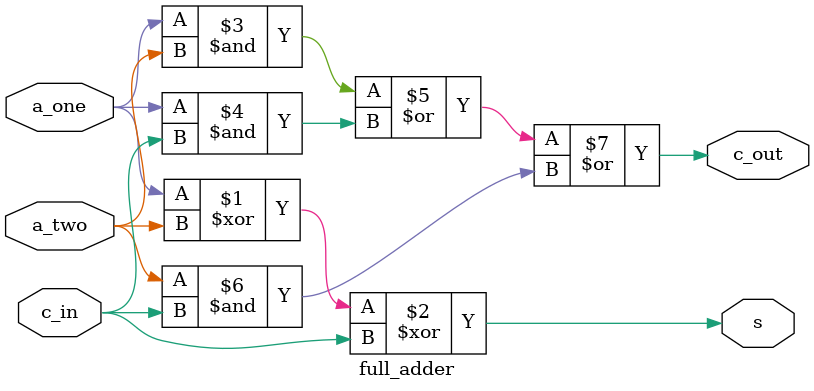
<source format=v>

module full_adder                     // module name 
       (a_one,      
        a_two,                        // module ports
        c_in, 
        s,
        c_out);                       

   input  a_one;            // by default a signal's number of bits is 1 
   input  a_two;           
   input  c_in;             // declaration of module ports
   output s;        
   output c_out;        

   wire s;                // declare wires            
   wire c_out;  

   assign  s = a_one ^ a_two ^ c_in;     // continuous signal assignment         
   assign  c_out = (a_one & a_two) | (a_one & c_in) | (a_two & c_in);  

endmodule

</source>
